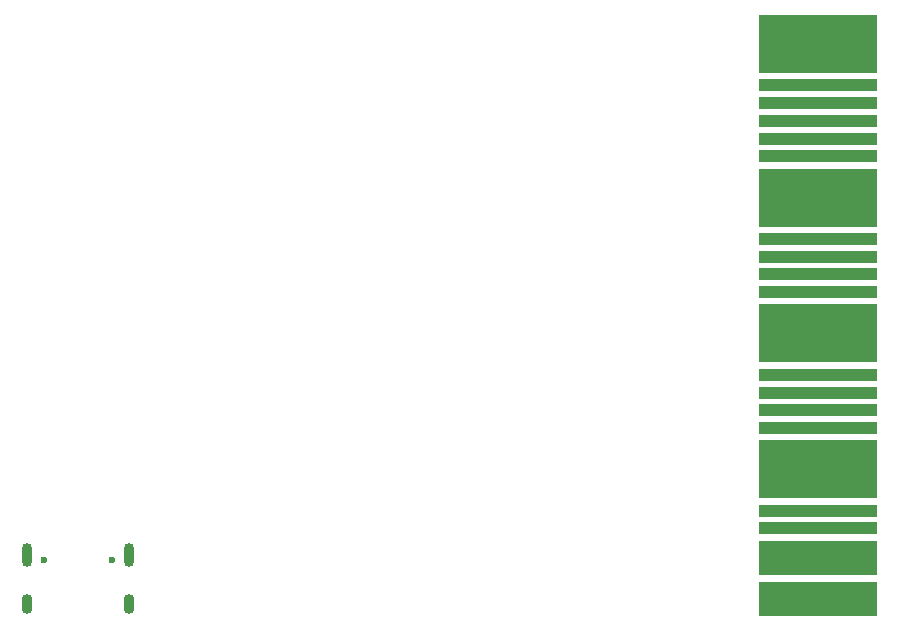
<source format=gbr>
%TF.GenerationSoftware,KiCad,Pcbnew,(6.0.5)*%
%TF.CreationDate,2022-06-12T15:59:56-07:00*%
%TF.ProjectId,diva-card,64697661-2d63-4617-9264-2e6b69636164,rev?*%
%TF.SameCoordinates,Original*%
%TF.FileFunction,Soldermask,Bot*%
%TF.FilePolarity,Negative*%
%FSLAX46Y46*%
G04 Gerber Fmt 4.6, Leading zero omitted, Abs format (unit mm)*
G04 Created by KiCad (PCBNEW (6.0.5)) date 2022-06-12 15:59:56*
%MOMM*%
%LPD*%
G01*
G04 APERTURE LIST*
%ADD10C,0.600000*%
%ADD11O,0.900000X1.700000*%
%ADD12O,0.900000X2.000000*%
%ADD13R,10.000000X5.000000*%
%ADD14R,10.000000X1.000000*%
%ADD15R,10.000000X3.000000*%
G04 APERTURE END LIST*
D10*
%TO.C,J2*%
X83490000Y-108075000D03*
X77710000Y-108075000D03*
D11*
X76280000Y-111765000D03*
X84920000Y-111765000D03*
D12*
X84920000Y-107595000D03*
X76280000Y-107595000D03*
%TD*%
D13*
%TO.C,J3*%
X143280000Y-64370000D03*
D14*
X143280000Y-67870000D03*
X143280000Y-69370000D03*
X143280000Y-70870000D03*
X143280000Y-72370000D03*
X143280000Y-73870000D03*
D13*
X143280000Y-77370000D03*
D14*
X143280000Y-80870000D03*
X143280000Y-82370000D03*
X143280000Y-83870000D03*
X143280000Y-85370000D03*
D13*
X143280000Y-88870000D03*
D14*
X143280000Y-92370000D03*
X143280000Y-93870000D03*
X143280000Y-95370000D03*
X143280000Y-96870000D03*
D13*
X143280000Y-100370000D03*
D14*
X143280000Y-103870000D03*
X143280000Y-105370000D03*
D15*
X143280000Y-107870000D03*
X143280000Y-111370000D03*
%TD*%
M02*

</source>
